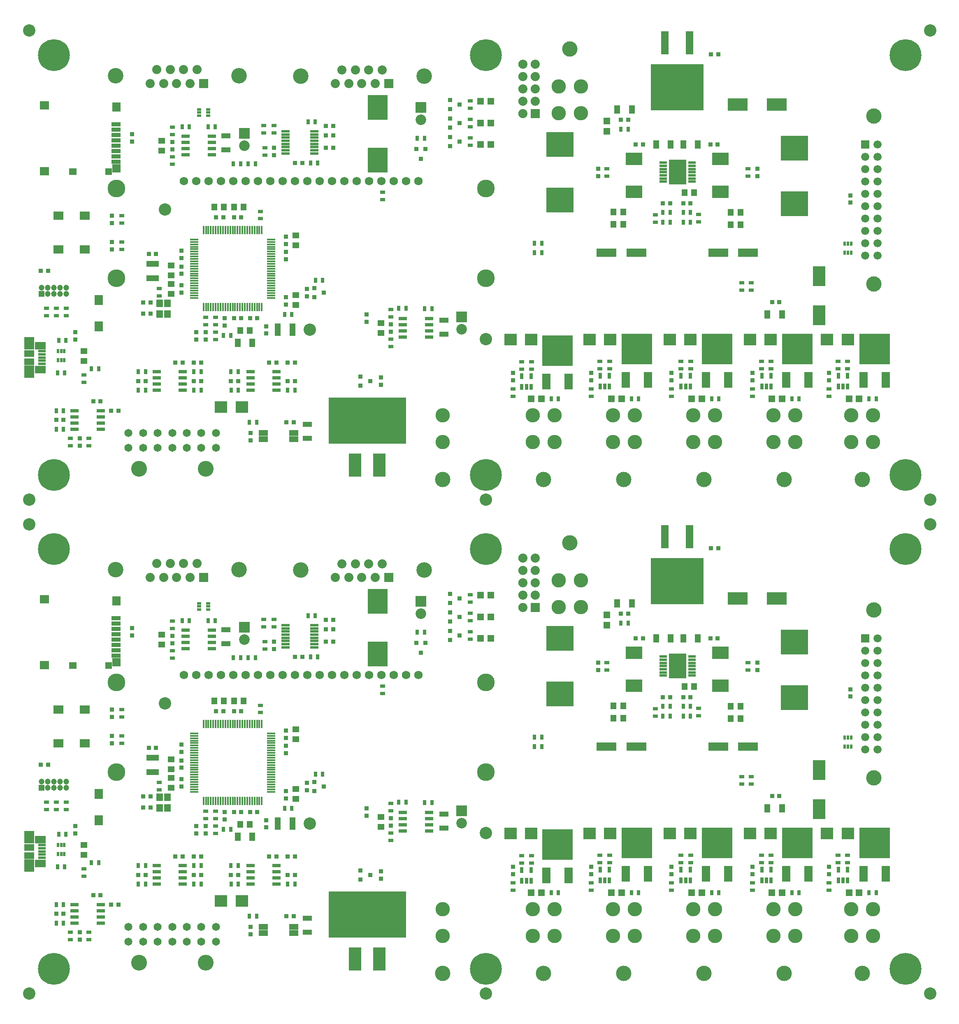
<source format=gbr>
G04 #@! TF.FileFunction,Soldermask,Top*
%FSLAX46Y46*%
G04 Gerber Fmt 4.6, Leading zero omitted, Abs format (unit mm)*
G04 Created by KiCad (PCBNEW 4.0.2-stable) date 4/20/2016 1:41:14 PM*
%MOMM*%
G01*
G04 APERTURE LIST*
%ADD10C,0.100000*%
%ADD11R,0.902400X0.952400*%
%ADD12R,1.402400X1.152400*%
%ADD13R,0.652400X1.052400*%
%ADD14R,2.652400X1.152400*%
%ADD15C,1.752400*%
%ADD16C,3.652400*%
%ADD17R,1.052400X0.652400*%
%ADD18R,1.852400X1.052400*%
%ADD19C,2.540000*%
%ADD20R,0.952500X0.952500*%
%ADD21R,1.652400X0.432400*%
%ADD22R,0.432400X1.652400*%
%ADD23C,3.152400*%
%ADD24R,1.676400X1.676400*%
%ADD25C,1.676400*%
%ADD26C,6.552400*%
%ADD27C,0.752400*%
%ADD28R,0.551180X0.901700*%
%ADD29R,1.152400X1.402400*%
%ADD30R,4.152900X1.752600*%
%ADD31R,0.952400X0.902400*%
%ADD32C,0.482400*%
%ADD33R,1.602400X0.602400*%
%ADD34R,3.552400X5.152400*%
%ADD35R,3.451860X2.651760*%
%ADD36R,5.552440X5.152400*%
%ADD37R,4.152900X2.552700*%
%ADD38R,1.152400X1.752400*%
%ADD39R,1.351280X1.351280*%
%ADD40R,10.952400X9.552400*%
%ADD41R,1.542400X4.752400*%
%ADD42C,2.952400*%
%ADD43R,1.803400X3.200400*%
%ADD44R,6.248400X6.248400*%
%ADD45R,0.802400X1.212400*%
%ADD46R,2.651760X2.453640*%
%ADD47R,2.552700X4.152900*%
%ADD48R,1.879600X1.879600*%
%ADD49O,1.879600X1.879600*%
%ADD50C,3.202400*%
%ADD51R,1.876400X1.876400*%
%ADD52C,1.876400*%
%ADD53R,1.652400X0.602400*%
%ADD54R,2.184400X2.184400*%
%ADD55O,2.184400X2.184400*%
%ADD56R,4.152400X5.152400*%
%ADD57R,1.152400X2.652400*%
%ADD58R,1.702400X0.752400*%
%ADD59R,1.852400X1.152400*%
%ADD60R,2.152400X1.752400*%
%ADD61R,0.901700X0.551180*%
%ADD62R,1.831340X0.952500*%
%ADD63R,1.452880X1.442720*%
%ADD64R,1.851660X1.653540*%
%ADD65R,1.653540X1.851660*%
%ADD66R,1.551940X1.442720*%
%ADD67R,1.653540X1.752600*%
%ADD68R,1.352400X1.552400*%
%ADD69R,1.752400X2.152400*%
%ADD70R,2.049780X1.325880*%
%ADD71R,2.049780X2.527300*%
%ADD72R,2.252980X1.625600*%
%ADD73R,1.531620X0.601980*%
%ADD74C,1.652400*%
%ADD75C,3.252400*%
%ADD76R,1.202400X1.202400*%
%ADD77C,1.202400*%
%ADD78R,2.652400X4.752400*%
%ADD79R,16.032400X9.552400*%
G04 APERTURE END LIST*
D10*
D11*
X111252000Y-201156000D03*
X111252000Y-199656000D03*
D12*
X113284000Y-201279000D03*
X113284000Y-199279000D03*
D13*
X111010000Y-203200000D03*
X112510000Y-203200000D03*
D14*
X83820000Y-195810000D03*
X83820000Y-192810000D03*
D15*
X90270000Y-175792000D03*
X92810000Y-175792000D03*
X95350000Y-175792000D03*
X97890000Y-175792000D03*
X100430000Y-175792000D03*
X102970000Y-175792000D03*
X105510000Y-175792000D03*
X108050000Y-175792000D03*
X110590000Y-175792000D03*
X113130000Y-175792000D03*
X115670000Y-175792000D03*
X118210000Y-175792000D03*
X120750000Y-175792000D03*
X123290000Y-175792000D03*
X125830000Y-175792000D03*
X128370000Y-175792000D03*
X130910000Y-175792000D03*
X133450000Y-175792000D03*
X135990000Y-175792000D03*
X138530000Y-175792000D03*
D16*
X76400000Y-177292000D03*
X152400000Y-177292000D03*
X76400000Y-195792000D03*
X152400000Y-195792000D03*
D11*
X111252000Y-190385000D03*
X111252000Y-191885000D03*
D17*
X106045000Y-182015000D03*
X106045000Y-183515000D03*
D18*
X143764000Y-204417000D03*
X143764000Y-207317000D03*
D19*
X116205000Y-206375000D03*
D13*
X139839000Y-202057000D03*
X141339000Y-202057000D03*
D11*
X115570000Y-198005000D03*
X115570000Y-199505000D03*
D20*
X117109240Y-197805000D03*
X117109240Y-199705000D03*
X119108220Y-198755000D03*
D13*
X118860000Y-196215000D03*
X117360000Y-196215000D03*
D17*
X96774000Y-208395000D03*
X96774000Y-206895000D03*
D13*
X99937000Y-207518000D03*
X98437000Y-207518000D03*
D17*
X94742000Y-203847000D03*
X94742000Y-205347000D03*
X96774000Y-203847000D03*
X96774000Y-205347000D03*
D11*
X127889000Y-204712000D03*
X127889000Y-203212000D03*
D12*
X130810000Y-206994000D03*
X130810000Y-204994000D03*
D17*
X132842000Y-203696000D03*
X132842000Y-202196000D03*
D13*
X134505000Y-201930000D03*
X136005000Y-201930000D03*
D11*
X132842000Y-206744000D03*
X132842000Y-205244000D03*
X89797000Y-193360476D03*
X89797000Y-194860476D03*
D12*
X87630000Y-193183000D03*
X87630000Y-195183000D03*
D11*
X89789000Y-191631000D03*
X89789000Y-190131000D03*
D21*
X92430000Y-187802000D03*
X92430000Y-188302000D03*
X92430000Y-188802000D03*
X92430000Y-189302000D03*
X92430000Y-189802000D03*
X92430000Y-190302000D03*
X92430000Y-190802000D03*
X92430000Y-191302000D03*
X92430000Y-191802000D03*
X92430000Y-192302000D03*
X92430000Y-192802000D03*
X92430000Y-193302000D03*
X92430000Y-193802000D03*
X92430000Y-194302000D03*
X92430000Y-194802000D03*
X92430000Y-195302000D03*
X92430000Y-195802000D03*
X92430000Y-196302000D03*
X92430000Y-196802000D03*
X92430000Y-197302000D03*
X92430000Y-197802000D03*
X92430000Y-198302000D03*
X92430000Y-198802000D03*
X92430000Y-199302000D03*
X92430000Y-199802000D03*
D22*
X94330000Y-201702000D03*
X94830000Y-201702000D03*
X95330000Y-201702000D03*
X95830000Y-201702000D03*
X96330000Y-201702000D03*
X96830000Y-201702000D03*
X97330000Y-201702000D03*
X97830000Y-201702000D03*
X98330000Y-201702000D03*
X98830000Y-201702000D03*
X99330000Y-201702000D03*
X99830000Y-201702000D03*
X100330000Y-201702000D03*
X100830000Y-201702000D03*
X101330000Y-201702000D03*
X101830000Y-201702000D03*
X102330000Y-201702000D03*
X102830000Y-201702000D03*
X103330000Y-201702000D03*
X103830000Y-201702000D03*
X104330000Y-201702000D03*
X104830000Y-201702000D03*
X105330000Y-201702000D03*
X105830000Y-201702000D03*
X106330000Y-201702000D03*
D21*
X108230000Y-199802000D03*
X108230000Y-199302000D03*
X108230000Y-198802000D03*
X108230000Y-198302000D03*
X108230000Y-197802000D03*
X108230000Y-197302000D03*
X108230000Y-196802000D03*
X108230000Y-196302000D03*
X108230000Y-195802000D03*
X108230000Y-195302000D03*
X108230000Y-194802000D03*
X108230000Y-194302000D03*
X108230000Y-193802000D03*
X108230000Y-193302000D03*
X108230000Y-192802000D03*
X108230000Y-192302000D03*
X108230000Y-191802000D03*
X108230000Y-191302000D03*
X108230000Y-190802000D03*
X108230000Y-190302000D03*
X108230000Y-189802000D03*
X108230000Y-189302000D03*
X108230000Y-188802000D03*
X108230000Y-188302000D03*
X108230000Y-187802000D03*
D22*
X106330000Y-185902000D03*
X105830000Y-185902000D03*
X105330000Y-185902000D03*
X104830000Y-185902000D03*
X104330000Y-185902000D03*
X103830000Y-185902000D03*
X103330000Y-185902000D03*
X102830000Y-185902000D03*
X102330000Y-185902000D03*
X101830000Y-185902000D03*
X101330000Y-185902000D03*
X100830000Y-185902000D03*
X100330000Y-185902000D03*
X99830000Y-185902000D03*
X99330000Y-185902000D03*
X98830000Y-185902000D03*
X98330000Y-185902000D03*
X97830000Y-185902000D03*
X97330000Y-185902000D03*
X96830000Y-185902000D03*
X96330000Y-185902000D03*
X95830000Y-185902000D03*
X95330000Y-185902000D03*
X94830000Y-185902000D03*
X94330000Y-185902000D03*
D23*
X232308400Y-162433000D03*
D24*
X230505000Y-168275000D03*
D25*
X233045000Y-168275000D03*
X230505000Y-170815000D03*
X233045000Y-170815000D03*
X230505000Y-173355000D03*
X233045000Y-173355000D03*
X230505000Y-175895000D03*
X233045000Y-175895000D03*
X230505000Y-178435000D03*
X233045000Y-178435000D03*
X230505000Y-180975000D03*
X233045000Y-180975000D03*
X230505000Y-183515000D03*
X233045000Y-183515000D03*
X230505000Y-186055000D03*
X233045000Y-186055000D03*
X230505000Y-188595000D03*
X233045000Y-188595000D03*
X230505000Y-191135000D03*
X233045000Y-191135000D03*
D23*
X232308400Y-196977000D03*
D19*
X243840000Y-144780000D03*
D26*
X238760000Y-149860000D03*
D27*
X241160000Y-149860000D03*
X240457056Y-151557056D03*
X238760000Y-152260000D03*
X237062944Y-151557056D03*
X236360000Y-149860000D03*
X237062944Y-148162944D03*
X238760000Y-147460000D03*
X240457056Y-148162944D03*
D28*
X226298760Y-190560960D03*
X226949000Y-190560960D03*
X227599240Y-190560960D03*
X227599240Y-188661040D03*
X226949000Y-188661040D03*
X226298760Y-188661040D03*
D11*
X227457000Y-180213000D03*
X227457000Y-178713000D03*
D29*
X204835000Y-182245000D03*
X202835000Y-182245000D03*
D30*
X206377540Y-190500000D03*
X200276460Y-190500000D03*
D17*
X196215000Y-184150000D03*
X196215000Y-182650000D03*
D29*
X204835000Y-184785000D03*
X202835000Y-184785000D03*
D13*
X194552000Y-184277000D03*
X193052000Y-184277000D03*
X188861000Y-184277000D03*
X190361000Y-184277000D03*
X194552000Y-182245000D03*
X193052000Y-182245000D03*
D31*
X194552000Y-180340000D03*
X193052000Y-180340000D03*
D29*
X195310000Y-178181000D03*
X193310000Y-178181000D03*
D32*
X191111000Y-172446400D03*
D33*
X188923000Y-171995000D03*
X188923000Y-172645000D03*
X188923000Y-173295000D03*
X188923000Y-173945000D03*
X188923000Y-174595000D03*
X188923000Y-175245000D03*
X188923000Y-175895000D03*
X194823000Y-175895000D03*
X194823000Y-175245000D03*
X194823000Y-174595000D03*
X194823000Y-173945000D03*
X194823000Y-173295000D03*
X194823000Y-172645000D03*
X194823000Y-171995000D03*
D34*
X191873000Y-173945000D03*
D32*
X192611000Y-172446400D03*
X191111000Y-173946400D03*
X192611000Y-173946400D03*
X191111000Y-175446400D03*
X192611000Y-175446400D03*
D31*
X188861000Y-180340000D03*
X190361000Y-180340000D03*
D13*
X188873000Y-182245000D03*
X190373000Y-182245000D03*
D17*
X177292000Y-173240000D03*
X177292000Y-174740000D03*
D35*
X182880000Y-171223940D03*
X182880000Y-178026060D03*
D29*
X178705000Y-182118000D03*
X180705000Y-182118000D03*
X178705000Y-184658000D03*
X180705000Y-184658000D03*
D11*
X175514000Y-173240000D03*
X175514000Y-174740000D03*
D17*
X187325000Y-184265000D03*
X187325000Y-182765000D03*
D30*
X177289460Y-190500000D03*
X183390540Y-190500000D03*
D36*
X215900000Y-169037000D03*
X215900000Y-180467000D03*
D35*
X200660000Y-171223940D03*
X200660000Y-178026060D03*
D17*
X206375000Y-173240000D03*
X206375000Y-174740000D03*
D11*
X208280000Y-173240000D03*
X208280000Y-174740000D03*
D37*
X204279500Y-160020000D03*
X212280500Y-160020000D03*
D38*
X179475000Y-161036000D03*
X182475000Y-161036000D03*
D39*
X177292000Y-165514020D03*
X177292000Y-163415980D03*
D31*
X184785000Y-168275000D03*
X183285000Y-168275000D03*
X181725000Y-163195000D03*
X180225000Y-163195000D03*
D13*
X181725000Y-165100000D03*
X180225000Y-165100000D03*
D40*
X191770000Y-156470000D03*
D41*
X189230000Y-147320000D03*
X194310000Y-147320000D03*
D38*
X196064000Y-168275000D03*
X193064000Y-168275000D03*
X190476000Y-168275000D03*
X187476000Y-168275000D03*
D31*
X198767000Y-149733000D03*
X200267000Y-149733000D03*
X198640000Y-168275000D03*
X200140000Y-168275000D03*
D42*
X195084000Y-223945000D03*
X195084000Y-229445000D03*
X199584000Y-223945000D03*
X199584000Y-229445000D03*
D23*
X197334000Y-237195000D03*
D43*
X197739000Y-216662000D03*
D44*
X200025000Y-210312000D03*
D43*
X202311000Y-216662000D03*
D17*
X211074000Y-212864000D03*
X211074000Y-214364000D03*
X209169000Y-212864000D03*
X209169000Y-214364000D03*
D11*
X207264000Y-216777000D03*
X207264000Y-215277000D03*
D17*
X207264000Y-218579000D03*
X207264000Y-220079000D03*
D45*
X209235000Y-218016000D03*
X210185000Y-218016000D03*
X211135000Y-218016000D03*
X211135000Y-215816000D03*
X209235000Y-215816000D03*
D13*
X200394000Y-220599000D03*
X198894000Y-220599000D03*
D45*
X224983000Y-218016000D03*
X225933000Y-218016000D03*
X226883000Y-218016000D03*
X226883000Y-215816000D03*
X224983000Y-215816000D03*
D11*
X223012000Y-216777000D03*
X223012000Y-215277000D03*
D43*
X230124000Y-216662000D03*
D44*
X232410000Y-210312000D03*
D43*
X234696000Y-216662000D03*
X214249000Y-216662000D03*
D44*
X216535000Y-210312000D03*
D43*
X218821000Y-216662000D03*
D17*
X224917000Y-212864000D03*
X224917000Y-214364000D03*
X223012000Y-218579000D03*
X223012000Y-220079000D03*
X226822000Y-212864000D03*
X226822000Y-214364000D03*
D46*
X226938840Y-208407000D03*
X222641160Y-208407000D03*
D17*
X205105000Y-196735000D03*
X205105000Y-198235000D03*
D47*
X220980000Y-195389500D03*
X220980000Y-203390500D03*
D17*
X207010000Y-196735000D03*
X207010000Y-198235000D03*
D46*
X211063840Y-208407000D03*
X206766160Y-208407000D03*
D31*
X211340000Y-200660000D03*
X212840000Y-200660000D03*
D38*
X213360000Y-203200000D03*
X210360000Y-203200000D03*
D42*
X227620000Y-223945000D03*
X227620000Y-229445000D03*
X232120000Y-223945000D03*
X232120000Y-229445000D03*
D23*
X229870000Y-237195000D03*
D26*
X238760000Y-236220000D03*
D27*
X241160000Y-236220000D03*
X240457056Y-237917056D03*
X238760000Y-238620000D03*
X237062944Y-237917056D03*
X236360000Y-236220000D03*
X237062944Y-234522944D03*
X238760000Y-233820000D03*
X240457056Y-234522944D03*
D42*
X211594000Y-223945000D03*
X211594000Y-229445000D03*
X216094000Y-223945000D03*
X216094000Y-229445000D03*
D23*
X213844000Y-237195000D03*
D13*
X232767000Y-220599000D03*
X231267000Y-220599000D03*
X216904000Y-220599000D03*
X215404000Y-220599000D03*
D19*
X243840000Y-241300000D03*
D39*
X229268020Y-220599000D03*
X227169980Y-220599000D03*
X213393020Y-220599000D03*
X211294980Y-220599000D03*
D42*
X171970000Y-161840000D03*
X171970000Y-156340000D03*
X167470000Y-161840000D03*
X167470000Y-156340000D03*
D23*
X169720000Y-148590000D03*
D26*
X152400000Y-149860000D03*
D27*
X154800000Y-149860000D03*
X154097056Y-151557056D03*
X152400000Y-152260000D03*
X150702944Y-151557056D03*
X150000000Y-149860000D03*
X150702944Y-148162944D03*
X152400000Y-147460000D03*
X154097056Y-148162944D03*
D48*
X162560000Y-161925000D03*
D49*
X160020000Y-161925000D03*
X162560000Y-159385000D03*
X160020000Y-159385000D03*
X162560000Y-156845000D03*
X160020000Y-156845000D03*
X162560000Y-154305000D03*
X160020000Y-154305000D03*
X162560000Y-151765000D03*
X160020000Y-151765000D03*
D39*
X151350980Y-159385000D03*
X153449020Y-159385000D03*
D50*
X139700000Y-154178000D03*
X114300000Y-154178000D03*
D51*
X132461000Y-155742400D03*
D52*
X129667000Y-155742400D03*
X126873000Y-155742400D03*
X124206000Y-155742400D03*
X121412000Y-155742400D03*
X122809000Y-152908000D03*
X125603000Y-152908000D03*
X128270000Y-152908000D03*
X131064000Y-152908000D03*
D20*
X140015000Y-169179240D03*
X138115000Y-169179240D03*
X139065000Y-171178220D03*
D53*
X117138999Y-170090000D03*
X117138999Y-169440000D03*
X117138999Y-168790000D03*
X117138999Y-168140000D03*
X117138999Y-167490000D03*
X117138999Y-166840000D03*
X117138999Y-166190000D03*
X117138999Y-165540000D03*
X111238999Y-165540000D03*
X111238999Y-166190000D03*
X111238999Y-166840000D03*
X111238999Y-167490000D03*
X111238999Y-168140000D03*
X111238999Y-168790000D03*
X111238999Y-169440000D03*
X111238999Y-170090000D03*
D13*
X117844000Y-172085000D03*
X116344000Y-172085000D03*
X115836000Y-163576000D03*
X117336000Y-163576000D03*
D54*
X139065000Y-160655000D03*
D55*
X139065000Y-163195000D03*
D56*
X130175000Y-171455000D03*
X130175000Y-160655000D03*
D17*
X149225000Y-164580000D03*
X149225000Y-163080000D03*
D39*
X151350980Y-163830000D03*
X153449020Y-163830000D03*
D20*
X145049240Y-159070000D03*
X145049240Y-160970000D03*
X147048220Y-160020000D03*
D17*
X149225000Y-160770000D03*
X149225000Y-159270000D03*
D20*
X145049240Y-162880000D03*
X145049240Y-164780000D03*
X147048220Y-163830000D03*
D36*
X167640000Y-168275000D03*
X167640000Y-179705000D03*
D17*
X149225000Y-166890000D03*
X149225000Y-168390000D03*
D13*
X163945000Y-190500000D03*
X162445000Y-190500000D03*
X163945000Y-188595000D03*
X162445000Y-188595000D03*
D20*
X145049240Y-166690000D03*
X145049240Y-168590000D03*
X147048220Y-167640000D03*
D39*
X151350980Y-168275000D03*
X153449020Y-168275000D03*
D31*
X121019000Y-164465000D03*
X119519000Y-164465000D03*
X119519000Y-166370000D03*
X121019000Y-166370000D03*
D17*
X131191000Y-179566000D03*
X131191000Y-178066000D03*
D13*
X139815000Y-167005000D03*
X138315000Y-167005000D03*
D31*
X114669000Y-172085000D03*
X113169000Y-172085000D03*
D11*
X111252000Y-188710000D03*
X111252000Y-187210000D03*
D31*
X121019000Y-168910000D03*
X119519000Y-168910000D03*
D12*
X113284000Y-188960000D03*
X113284000Y-186960000D03*
D11*
X92837000Y-206895000D03*
X92837000Y-208395000D03*
X98679000Y-205474000D03*
X98679000Y-203974000D03*
D31*
X105398000Y-203962000D03*
X103898000Y-203962000D03*
D38*
X101370000Y-209042000D03*
X104370000Y-209042000D03*
D11*
X94742000Y-208395000D03*
X94742000Y-206895000D03*
D29*
X101870000Y-206502000D03*
X103870000Y-206502000D03*
D11*
X107188000Y-207137000D03*
X107188000Y-205637000D03*
D31*
X100596000Y-203962000D03*
X102096000Y-203962000D03*
D46*
X97927160Y-222250000D03*
X102224840Y-222250000D03*
D31*
X92341000Y-216916000D03*
X93841000Y-216916000D03*
D13*
X92341000Y-215011000D03*
X93841000Y-215011000D03*
D31*
X101473000Y-216916000D03*
X99973000Y-216916000D03*
D13*
X93841000Y-218821000D03*
X92341000Y-218821000D03*
D31*
X93841000Y-213106000D03*
X92341000Y-213106000D03*
D57*
X112625000Y-206375000D03*
X109625000Y-206375000D03*
D58*
X103980000Y-215011000D03*
X103980000Y-216281000D03*
X103980000Y-217551000D03*
X103980000Y-218821000D03*
X109380000Y-218821000D03*
X109380000Y-217551000D03*
X109380000Y-216281000D03*
X109380000Y-215011000D03*
D31*
X111645000Y-216916000D03*
X113145000Y-216916000D03*
D13*
X100001422Y-218821000D03*
X101501422Y-218821000D03*
D31*
X113145000Y-213106000D03*
X111645000Y-213106000D03*
X107835000Y-213106000D03*
X109335000Y-213106000D03*
D13*
X101461000Y-215011000D03*
X99961000Y-215011000D03*
X113145000Y-218821000D03*
X111645000Y-218821000D03*
D59*
X106603000Y-227584000D03*
X112903000Y-227584000D03*
X106603000Y-228854000D03*
X112903000Y-228854000D03*
D18*
X115697000Y-225806000D03*
X115697000Y-228706000D03*
D13*
X103771000Y-225425000D03*
X105271000Y-225425000D03*
D11*
X104013000Y-227596000D03*
X104013000Y-229096000D03*
D31*
X112891000Y-225425000D03*
X111391000Y-225425000D03*
D58*
X90632333Y-166542000D03*
X90632333Y-167812000D03*
X90632333Y-169082000D03*
X90632333Y-170352000D03*
X96032333Y-170352000D03*
X96032333Y-169082000D03*
X96032333Y-167812000D03*
X96032333Y-166542000D03*
D13*
X95262000Y-164592000D03*
X96762000Y-164592000D03*
D18*
X98933000Y-166444000D03*
X98933000Y-169344000D03*
D17*
X87884000Y-170815000D03*
X87884000Y-172315000D03*
D11*
X108839000Y-168922000D03*
X108839000Y-170422000D03*
D17*
X108839000Y-165850000D03*
X108839000Y-164350000D03*
X106680000Y-164350000D03*
X106680000Y-165850000D03*
X106934000Y-168922000D03*
X106934000Y-170422000D03*
D54*
X102743000Y-165989000D03*
D55*
X102743000Y-168529000D03*
D19*
X86360000Y-181610000D03*
D60*
X64450000Y-189865000D03*
X69850000Y-189865000D03*
X64450000Y-182880000D03*
X69850000Y-182880000D03*
D17*
X77470000Y-189853000D03*
X77470000Y-188353000D03*
D11*
X75438000Y-189853000D03*
X75438000Y-188353000D03*
X75438000Y-182892000D03*
X75438000Y-184392000D03*
D17*
X77470000Y-182892000D03*
X77470000Y-184392000D03*
D31*
X83058000Y-190754000D03*
X84558000Y-190754000D03*
D11*
X87884000Y-169279000D03*
X87884000Y-167779000D03*
D12*
X85725000Y-169529000D03*
X85725000Y-167529000D03*
D17*
X87884000Y-164731000D03*
X87884000Y-166231000D03*
D13*
X89928000Y-164592000D03*
X91428000Y-164592000D03*
D11*
X79629000Y-167628000D03*
X79629000Y-166128000D03*
D29*
X100600000Y-181102000D03*
X102600000Y-181102000D03*
X98536000Y-181102000D03*
X96536000Y-181102000D03*
D13*
X101969000Y-172212000D03*
X100469000Y-172212000D03*
D31*
X98438524Y-183269000D03*
X96938524Y-183269000D03*
D13*
X105017000Y-172212000D03*
X103517000Y-172212000D03*
D31*
X100596000Y-183261000D03*
X102096000Y-183261000D03*
D50*
X101600000Y-154137600D03*
X76200000Y-154137600D03*
D51*
X94361000Y-155702000D03*
D52*
X91567000Y-155702000D03*
X88773000Y-155702000D03*
X86106000Y-155702000D03*
X83312000Y-155702000D03*
X84709000Y-152867600D03*
X87503000Y-152867600D03*
X90170000Y-152867600D03*
X92964000Y-152867600D03*
D61*
X95310960Y-162321240D03*
X95310960Y-161671000D03*
X95310960Y-161020760D03*
X93411040Y-161020760D03*
X93411040Y-161671000D03*
X93411040Y-162321240D03*
D26*
X63500000Y-149860000D03*
D27*
X65900000Y-149860000D03*
X65197056Y-151557056D03*
X63500000Y-152260000D03*
X61802944Y-151557056D03*
X61100000Y-149860000D03*
X61802944Y-148162944D03*
X63500000Y-147460000D03*
X65197056Y-148162944D03*
D19*
X58420000Y-144780000D03*
D62*
X76354940Y-171787820D03*
X76354940Y-170688000D03*
X76354940Y-169588180D03*
X76354940Y-168488360D03*
X76354940Y-167386000D03*
X76354940Y-166286180D03*
X76354940Y-165186360D03*
X76354940Y-164086540D03*
D63*
X74795380Y-173842680D03*
D64*
X61595000Y-173736000D03*
D65*
X76446380Y-160538160D03*
D66*
X67396360Y-173842680D03*
D64*
X61595000Y-160238440D03*
D67*
X76446380Y-173197520D03*
D68*
X85306000Y-200957000D03*
X85306000Y-203157000D03*
X86906000Y-200957000D03*
X86906000Y-203157000D03*
D11*
X89789000Y-198743000D03*
X89789000Y-197243000D03*
D31*
X83427000Y-203073000D03*
X81927000Y-203073000D03*
D69*
X72771000Y-205646000D03*
X72771000Y-200246000D03*
D17*
X85217000Y-197878000D03*
X85217000Y-199378000D03*
D31*
X83427000Y-200787000D03*
X81927000Y-200787000D03*
D12*
X87630000Y-198993000D03*
X87630000Y-196993000D03*
D17*
X66929000Y-230239000D03*
X66929000Y-228739000D03*
D13*
X64020000Y-226822000D03*
X65520000Y-226822000D03*
D26*
X63500000Y-236220000D03*
D27*
X65900000Y-236220000D03*
X65197056Y-237917056D03*
X63500000Y-238620000D03*
X61802944Y-237917056D03*
X61100000Y-236220000D03*
X61802944Y-234522944D03*
X63500000Y-233820000D03*
X65197056Y-234522944D03*
D19*
X58420000Y-241300000D03*
D17*
X69723000Y-215658000D03*
X69723000Y-217158000D03*
D13*
X65774000Y-215265000D03*
X64274000Y-215265000D03*
X64516000Y-208534000D03*
X66016000Y-208534000D03*
D12*
X69723000Y-212772500D03*
X69723000Y-210772500D03*
D28*
X64373760Y-212658960D03*
X65024000Y-212658960D03*
X65674240Y-212658960D03*
X65674240Y-210759040D03*
X65024000Y-210759040D03*
X64373760Y-210759040D03*
D70*
X58420000Y-211251800D03*
X58420000Y-212928200D03*
D71*
X58420000Y-215003380D03*
X58420000Y-209176620D03*
D72*
X60718700Y-214551260D03*
X60718700Y-209628740D03*
D73*
X61079380Y-210789520D03*
X61079380Y-211439760D03*
X61079380Y-212090000D03*
X61079380Y-212740240D03*
X61079380Y-213390480D03*
D11*
X67945000Y-208395000D03*
X67945000Y-206895000D03*
D13*
X72759000Y-214376000D03*
X71259000Y-214376000D03*
D58*
X84676000Y-215011000D03*
X84676000Y-216281000D03*
X84676000Y-217551000D03*
X84676000Y-218821000D03*
X90076000Y-218821000D03*
X90076000Y-217551000D03*
X90076000Y-216281000D03*
X90076000Y-215011000D03*
D31*
X82411000Y-216916000D03*
X80911000Y-216916000D03*
D74*
X96884000Y-230630000D03*
X96884000Y-227630000D03*
X93884000Y-227630000D03*
X93884000Y-230630000D03*
X90884000Y-230630000D03*
X90884000Y-227630000D03*
D75*
X94784000Y-234950000D03*
D74*
X87884000Y-227630000D03*
X87884000Y-230630000D03*
X84884000Y-230630000D03*
X84884000Y-227630000D03*
X81884000Y-227630000D03*
X81884000Y-230630000D03*
X78884000Y-227630000D03*
X78884000Y-230630000D03*
D75*
X81084000Y-234950000D03*
D31*
X88531000Y-213106000D03*
X90031000Y-213106000D03*
D13*
X82411000Y-215011000D03*
X80911000Y-215011000D03*
X80911000Y-218821000D03*
X82411000Y-218821000D03*
D31*
X76823000Y-223012000D03*
X75323000Y-223012000D03*
D58*
X67785000Y-223012000D03*
X67785000Y-224282000D03*
X67785000Y-225552000D03*
X67785000Y-226822000D03*
X73185000Y-226822000D03*
X73185000Y-225552000D03*
X73185000Y-224282000D03*
X73185000Y-223012000D03*
D17*
X70739000Y-228739000D03*
X70739000Y-230239000D03*
D31*
X65520000Y-224917000D03*
X64020000Y-224917000D03*
X71640000Y-221107000D03*
X73140000Y-221107000D03*
D13*
X65520000Y-223012000D03*
X64020000Y-223012000D03*
D11*
X68834000Y-228739000D03*
X68834000Y-230239000D03*
D31*
X62345000Y-194233800D03*
X60845000Y-194233800D03*
D17*
X66040000Y-201942000D03*
X66040000Y-203442000D03*
X64008000Y-201942000D03*
X64008000Y-203442000D03*
X61976000Y-201942000D03*
X61976000Y-203442000D03*
D76*
X60960000Y-199009000D03*
D77*
X62230000Y-199009000D03*
X63500000Y-199009000D03*
X64770000Y-199009000D03*
X66040000Y-199009000D03*
X62230000Y-197739000D03*
X63500000Y-197739000D03*
X64770000Y-197739000D03*
X66040000Y-197739000D03*
X60960000Y-197739000D03*
D42*
X143510000Y-223945000D03*
X143510000Y-229445000D03*
D23*
X143510000Y-237195000D03*
D26*
X152400000Y-236220000D03*
D27*
X154800000Y-236220000D03*
X154097056Y-237917056D03*
X152400000Y-238620000D03*
X150702944Y-237917056D03*
X150000000Y-236220000D03*
X150702944Y-234522944D03*
X152400000Y-233820000D03*
X154097056Y-234522944D03*
D78*
X130516000Y-234188000D03*
D79*
X128016000Y-225038000D03*
D78*
X125476000Y-234188000D03*
D11*
X130810000Y-217666000D03*
X130810000Y-216166000D03*
D19*
X152400000Y-241300000D03*
D58*
X135349000Y-204089000D03*
X135349000Y-205359000D03*
X135349000Y-206629000D03*
X135349000Y-207899000D03*
X140749000Y-207899000D03*
X140749000Y-206629000D03*
X140749000Y-205359000D03*
X140749000Y-204089000D03*
D17*
X132842000Y-208292000D03*
X132842000Y-209792000D03*
D54*
X147447000Y-203708000D03*
D55*
X147447000Y-206248000D03*
D20*
X126634240Y-215966000D03*
X126634240Y-217866000D03*
X128633220Y-216916000D03*
D19*
X152400000Y-208280000D03*
D45*
X159832000Y-218143000D03*
X160782000Y-218143000D03*
X161732000Y-218143000D03*
X161732000Y-215943000D03*
X159832000Y-215943000D03*
D17*
X157988000Y-218579000D03*
X157988000Y-220079000D03*
D43*
X164846000Y-217043000D03*
D44*
X167132000Y-210693000D03*
D43*
X169418000Y-217043000D03*
D17*
X159766000Y-212991000D03*
X159766000Y-214491000D03*
D11*
X157988000Y-216777000D03*
X157988000Y-215277000D03*
D46*
X161787840Y-208407000D03*
X157490160Y-208407000D03*
D17*
X161798000Y-212991000D03*
X161798000Y-214491000D03*
D45*
X175961000Y-218016000D03*
X176911000Y-218016000D03*
X177861000Y-218016000D03*
X177861000Y-215816000D03*
X175961000Y-215816000D03*
D46*
X178043840Y-208407000D03*
X173746160Y-208407000D03*
D17*
X174117000Y-218579000D03*
X174117000Y-220079000D03*
D11*
X174117000Y-216777000D03*
X174117000Y-215277000D03*
D17*
X175895000Y-212864000D03*
X175895000Y-214364000D03*
X177927000Y-212864000D03*
X177927000Y-214364000D03*
D43*
X181229000Y-216662000D03*
D44*
X183515000Y-210312000D03*
D43*
X185801000Y-216662000D03*
D42*
X178574000Y-223945000D03*
X178574000Y-229445000D03*
X183074000Y-223945000D03*
X183074000Y-229445000D03*
D23*
X180824000Y-237195000D03*
D13*
X167374000Y-220599000D03*
X165874000Y-220599000D03*
X183884000Y-220599000D03*
X182384000Y-220599000D03*
D39*
X180373020Y-220599000D03*
X178274980Y-220599000D03*
X163863020Y-220599000D03*
X161764980Y-220599000D03*
D42*
X162064000Y-223945000D03*
X162064000Y-229445000D03*
X166564000Y-223945000D03*
X166564000Y-229445000D03*
D23*
X164314000Y-237195000D03*
D45*
X192598000Y-218016000D03*
X193548000Y-218016000D03*
X194498000Y-218016000D03*
X194498000Y-215816000D03*
X192598000Y-215816000D03*
D17*
X194564000Y-212864000D03*
X194564000Y-214364000D03*
X190627000Y-218579000D03*
X190627000Y-220079000D03*
D11*
X190627000Y-216777000D03*
X190627000Y-215277000D03*
D17*
X192532000Y-212876000D03*
X192532000Y-214376000D03*
D39*
X196883020Y-220599000D03*
X194784980Y-220599000D03*
D46*
X194553840Y-208407000D03*
X190256160Y-208407000D03*
D18*
X98933000Y-64844000D03*
X98933000Y-67744000D03*
D76*
X60960000Y-97409000D03*
D77*
X62230000Y-97409000D03*
X63500000Y-97409000D03*
X64770000Y-97409000D03*
X66040000Y-97409000D03*
X62230000Y-96139000D03*
X63500000Y-96139000D03*
X64770000Y-96139000D03*
X66040000Y-96139000D03*
X60960000Y-96139000D03*
D20*
X126634240Y-114366000D03*
X126634240Y-116266000D03*
X128633220Y-115316000D03*
D21*
X92430000Y-86202000D03*
X92430000Y-86702000D03*
X92430000Y-87202000D03*
X92430000Y-87702000D03*
X92430000Y-88202000D03*
X92430000Y-88702000D03*
X92430000Y-89202000D03*
X92430000Y-89702000D03*
X92430000Y-90202000D03*
X92430000Y-90702000D03*
X92430000Y-91202000D03*
X92430000Y-91702000D03*
X92430000Y-92202000D03*
X92430000Y-92702000D03*
X92430000Y-93202000D03*
X92430000Y-93702000D03*
X92430000Y-94202000D03*
X92430000Y-94702000D03*
X92430000Y-95202000D03*
X92430000Y-95702000D03*
X92430000Y-96202000D03*
X92430000Y-96702000D03*
X92430000Y-97202000D03*
X92430000Y-97702000D03*
X92430000Y-98202000D03*
D22*
X94330000Y-100102000D03*
X94830000Y-100102000D03*
X95330000Y-100102000D03*
X95830000Y-100102000D03*
X96330000Y-100102000D03*
X96830000Y-100102000D03*
X97330000Y-100102000D03*
X97830000Y-100102000D03*
X98330000Y-100102000D03*
X98830000Y-100102000D03*
X99330000Y-100102000D03*
X99830000Y-100102000D03*
X100330000Y-100102000D03*
X100830000Y-100102000D03*
X101330000Y-100102000D03*
X101830000Y-100102000D03*
X102330000Y-100102000D03*
X102830000Y-100102000D03*
X103330000Y-100102000D03*
X103830000Y-100102000D03*
X104330000Y-100102000D03*
X104830000Y-100102000D03*
X105330000Y-100102000D03*
X105830000Y-100102000D03*
X106330000Y-100102000D03*
D21*
X108230000Y-98202000D03*
X108230000Y-97702000D03*
X108230000Y-97202000D03*
X108230000Y-96702000D03*
X108230000Y-96202000D03*
X108230000Y-95702000D03*
X108230000Y-95202000D03*
X108230000Y-94702000D03*
X108230000Y-94202000D03*
X108230000Y-93702000D03*
X108230000Y-93202000D03*
X108230000Y-92702000D03*
X108230000Y-92202000D03*
X108230000Y-91702000D03*
X108230000Y-91202000D03*
X108230000Y-90702000D03*
X108230000Y-90202000D03*
X108230000Y-89702000D03*
X108230000Y-89202000D03*
X108230000Y-88702000D03*
X108230000Y-88202000D03*
X108230000Y-87702000D03*
X108230000Y-87202000D03*
X108230000Y-86702000D03*
X108230000Y-86202000D03*
D22*
X106330000Y-84302000D03*
X105830000Y-84302000D03*
X105330000Y-84302000D03*
X104830000Y-84302000D03*
X104330000Y-84302000D03*
X103830000Y-84302000D03*
X103330000Y-84302000D03*
X102830000Y-84302000D03*
X102330000Y-84302000D03*
X101830000Y-84302000D03*
X101330000Y-84302000D03*
X100830000Y-84302000D03*
X100330000Y-84302000D03*
X99830000Y-84302000D03*
X99330000Y-84302000D03*
X98830000Y-84302000D03*
X98330000Y-84302000D03*
X97830000Y-84302000D03*
X97330000Y-84302000D03*
X96830000Y-84302000D03*
X96330000Y-84302000D03*
X95830000Y-84302000D03*
X95330000Y-84302000D03*
X94830000Y-84302000D03*
X94330000Y-84302000D03*
D54*
X147447000Y-102108000D03*
D55*
X147447000Y-104648000D03*
D11*
X130810000Y-116066000D03*
X130810000Y-114566000D03*
D31*
X83427000Y-99187000D03*
X81927000Y-99187000D03*
X100596000Y-102362000D03*
X102096000Y-102362000D03*
D12*
X87630000Y-91583000D03*
X87630000Y-93583000D03*
D74*
X96884000Y-129030000D03*
X96884000Y-126030000D03*
X93884000Y-126030000D03*
X93884000Y-129030000D03*
X90884000Y-129030000D03*
X90884000Y-126030000D03*
D75*
X94784000Y-133350000D03*
D74*
X87884000Y-126030000D03*
X87884000Y-129030000D03*
X84884000Y-129030000D03*
X84884000Y-126030000D03*
X81884000Y-126030000D03*
X81884000Y-129030000D03*
X78884000Y-126030000D03*
X78884000Y-129030000D03*
D75*
X81084000Y-133350000D03*
D39*
X163863020Y-118999000D03*
X161764980Y-118999000D03*
X180373020Y-118999000D03*
X178274980Y-118999000D03*
X196883020Y-118999000D03*
X194784980Y-118999000D03*
X213393020Y-118999000D03*
X211294980Y-118999000D03*
X229268020Y-118999000D03*
X227169980Y-118999000D03*
D19*
X58420000Y-43180000D03*
X58420000Y-139700000D03*
X243840000Y-139700000D03*
D54*
X102743000Y-64389000D03*
D55*
X102743000Y-66929000D03*
D54*
X139065000Y-59055000D03*
D55*
X139065000Y-61595000D03*
D13*
X139815000Y-65405000D03*
X138315000Y-65405000D03*
D17*
X77470000Y-81292000D03*
X77470000Y-82792000D03*
X77470000Y-88253000D03*
X77470000Y-86753000D03*
D13*
X105017000Y-70612000D03*
X103517000Y-70612000D03*
X101969000Y-70612000D03*
X100469000Y-70612000D03*
D17*
X66040000Y-100342000D03*
X66040000Y-101842000D03*
X64008000Y-100342000D03*
X64008000Y-101842000D03*
X61976000Y-100342000D03*
X61976000Y-101842000D03*
D13*
X64516000Y-106934000D03*
X66016000Y-106934000D03*
D26*
X63500000Y-48260000D03*
D27*
X65900000Y-48260000D03*
X65197056Y-49957056D03*
X63500000Y-50660000D03*
X61802944Y-49957056D03*
X61100000Y-48260000D03*
X61802944Y-46562944D03*
X63500000Y-45860000D03*
X65197056Y-46562944D03*
D26*
X63500000Y-134620000D03*
D27*
X65900000Y-134620000D03*
X65197056Y-136317056D03*
X63500000Y-137020000D03*
X61802944Y-136317056D03*
X61100000Y-134620000D03*
X61802944Y-132922944D03*
X63500000Y-132220000D03*
X65197056Y-132922944D03*
D26*
X152400000Y-134620000D03*
D27*
X154800000Y-134620000D03*
X154097056Y-136317056D03*
X152400000Y-137020000D03*
X150702944Y-136317056D03*
X150000000Y-134620000D03*
X150702944Y-132922944D03*
X152400000Y-132220000D03*
X154097056Y-132922944D03*
D26*
X238760000Y-134620000D03*
D27*
X241160000Y-134620000D03*
X240457056Y-136317056D03*
X238760000Y-137020000D03*
X237062944Y-136317056D03*
X236360000Y-134620000D03*
X237062944Y-132922944D03*
X238760000Y-132220000D03*
X240457056Y-132922944D03*
D17*
X106934000Y-67322000D03*
X106934000Y-68822000D03*
X106680000Y-62750000D03*
X106680000Y-64250000D03*
D13*
X115836000Y-61976000D03*
X117336000Y-61976000D03*
X117844000Y-70485000D03*
X116344000Y-70485000D03*
D17*
X108839000Y-64250000D03*
X108839000Y-62750000D03*
X161798000Y-111391000D03*
X161798000Y-112891000D03*
X177927000Y-111264000D03*
X177927000Y-112764000D03*
X157988000Y-116979000D03*
X157988000Y-118479000D03*
X174117000Y-116979000D03*
X174117000Y-118479000D03*
X159766000Y-111391000D03*
X159766000Y-112891000D03*
X175895000Y-111264000D03*
X175895000Y-112764000D03*
D13*
X167374000Y-118999000D03*
X165874000Y-118999000D03*
X183884000Y-118999000D03*
X182384000Y-118999000D03*
D17*
X194564000Y-111264000D03*
X194564000Y-112764000D03*
X211074000Y-111264000D03*
X211074000Y-112764000D03*
X190627000Y-116979000D03*
X190627000Y-118479000D03*
X207264000Y-116979000D03*
X207264000Y-118479000D03*
X192532000Y-111276000D03*
X192532000Y-112776000D03*
X209169000Y-111264000D03*
X209169000Y-112764000D03*
D13*
X200394000Y-118999000D03*
X198894000Y-118999000D03*
X216904000Y-118999000D03*
X215404000Y-118999000D03*
D17*
X226822000Y-111264000D03*
X226822000Y-112764000D03*
X223012000Y-116979000D03*
X223012000Y-118479000D03*
X224917000Y-111264000D03*
X224917000Y-112764000D03*
D13*
X232767000Y-118999000D03*
X231267000Y-118999000D03*
X113145000Y-117221000D03*
X111645000Y-117221000D03*
X100001422Y-117221000D03*
X101501422Y-117221000D03*
X101461000Y-113411000D03*
X99961000Y-113411000D03*
X80911000Y-117221000D03*
X82411000Y-117221000D03*
X82411000Y-113411000D03*
X80911000Y-113411000D03*
X93841000Y-117221000D03*
X92341000Y-117221000D03*
X103771000Y-123825000D03*
X105271000Y-123825000D03*
X92341000Y-113411000D03*
X93841000Y-113411000D03*
D18*
X115697000Y-124206000D03*
X115697000Y-127106000D03*
D13*
X64020000Y-125222000D03*
X65520000Y-125222000D03*
X65520000Y-121412000D03*
X64020000Y-121412000D03*
D17*
X66929000Y-128639000D03*
X66929000Y-127139000D03*
X70739000Y-127139000D03*
X70739000Y-128639000D03*
X106045000Y-80415000D03*
X106045000Y-81915000D03*
D13*
X118860000Y-94615000D03*
X117360000Y-94615000D03*
D17*
X85217000Y-96278000D03*
X85217000Y-97778000D03*
D13*
X111010000Y-101600000D03*
X112510000Y-101600000D03*
X72759000Y-112776000D03*
X71259000Y-112776000D03*
D17*
X94742000Y-102247000D03*
X94742000Y-103747000D03*
X96774000Y-102247000D03*
X96774000Y-103747000D03*
D13*
X99937000Y-105918000D03*
X98437000Y-105918000D03*
D17*
X96774000Y-106795000D03*
X96774000Y-105295000D03*
D69*
X72771000Y-104046000D03*
X72771000Y-98646000D03*
D60*
X64450000Y-81280000D03*
X69850000Y-81280000D03*
X64450000Y-88265000D03*
X69850000Y-88265000D03*
D32*
X191111000Y-70846400D03*
D33*
X188923000Y-70395000D03*
X188923000Y-71045000D03*
X188923000Y-71695000D03*
X188923000Y-72345000D03*
X188923000Y-72995000D03*
X188923000Y-73645000D03*
X188923000Y-74295000D03*
X194823000Y-74295000D03*
X194823000Y-73645000D03*
X194823000Y-72995000D03*
X194823000Y-72345000D03*
X194823000Y-71695000D03*
X194823000Y-71045000D03*
X194823000Y-70395000D03*
D34*
X191873000Y-72345000D03*
D32*
X192611000Y-70846400D03*
X191111000Y-72346400D03*
X192611000Y-72346400D03*
X191111000Y-73846400D03*
X192611000Y-73846400D03*
D53*
X117138999Y-68490000D03*
X117138999Y-67840000D03*
X117138999Y-67190000D03*
X117138999Y-66540000D03*
X117138999Y-65890000D03*
X117138999Y-65240000D03*
X117138999Y-64590000D03*
X117138999Y-63940000D03*
X111238999Y-63940000D03*
X111238999Y-64590000D03*
X111238999Y-65240000D03*
X111238999Y-65890000D03*
X111238999Y-66540000D03*
X111238999Y-67190000D03*
X111238999Y-67840000D03*
X111238999Y-68490000D03*
D58*
X135349000Y-102489000D03*
X135349000Y-103759000D03*
X135349000Y-105029000D03*
X135349000Y-106299000D03*
X140749000Y-106299000D03*
X140749000Y-105029000D03*
X140749000Y-103759000D03*
X140749000Y-102489000D03*
X90632333Y-64942000D03*
X90632333Y-66212000D03*
X90632333Y-67482000D03*
X90632333Y-68752000D03*
X96032333Y-68752000D03*
X96032333Y-67482000D03*
X96032333Y-66212000D03*
X96032333Y-64942000D03*
D11*
X67945000Y-106795000D03*
X67945000Y-105295000D03*
X227457000Y-78613000D03*
X227457000Y-77113000D03*
D31*
X62345000Y-92633800D03*
X60845000Y-92633800D03*
D11*
X79629000Y-66028000D03*
X79629000Y-64528000D03*
D12*
X85725000Y-67929000D03*
X85725000Y-65929000D03*
D47*
X220980000Y-93789500D03*
X220980000Y-101790500D03*
D37*
X204279500Y-58420000D03*
X212280500Y-58420000D03*
D31*
X181725000Y-61595000D03*
X180225000Y-61595000D03*
X198767000Y-48133000D03*
X200267000Y-48133000D03*
D38*
X190476000Y-66675000D03*
X187476000Y-66675000D03*
X196064000Y-66675000D03*
X193064000Y-66675000D03*
D31*
X184785000Y-66675000D03*
X183285000Y-66675000D03*
X198640000Y-66675000D03*
X200140000Y-66675000D03*
D11*
X175514000Y-71640000D03*
X175514000Y-73140000D03*
X208280000Y-71640000D03*
X208280000Y-73140000D03*
D29*
X178705000Y-83058000D03*
X180705000Y-83058000D03*
X178705000Y-80518000D03*
X180705000Y-80518000D03*
D30*
X177289460Y-88900000D03*
X183390540Y-88900000D03*
D29*
X195310000Y-76581000D03*
X193310000Y-76581000D03*
D30*
X206377540Y-88900000D03*
X200276460Y-88900000D03*
D29*
X204835000Y-83185000D03*
X202835000Y-83185000D03*
X204835000Y-80645000D03*
X202835000Y-80645000D03*
D31*
X188861000Y-78740000D03*
X190361000Y-78740000D03*
X194552000Y-78740000D03*
X193052000Y-78740000D03*
D11*
X108839000Y-67322000D03*
X108839000Y-68822000D03*
D31*
X121019000Y-67310000D03*
X119519000Y-67310000D03*
X114669000Y-70485000D03*
X113169000Y-70485000D03*
X119519000Y-64770000D03*
X121019000Y-64770000D03*
X121019000Y-62865000D03*
X119519000Y-62865000D03*
D12*
X130810000Y-105394000D03*
X130810000Y-103394000D03*
D11*
X127889000Y-103112000D03*
X127889000Y-101612000D03*
X132842000Y-105144000D03*
X132842000Y-103644000D03*
X87884000Y-67679000D03*
X87884000Y-66179000D03*
X75438000Y-81292000D03*
X75438000Y-82792000D03*
X75438000Y-88253000D03*
X75438000Y-86753000D03*
X157988000Y-115177000D03*
X157988000Y-113677000D03*
X174117000Y-115177000D03*
X174117000Y-113677000D03*
X190627000Y-115177000D03*
X190627000Y-113677000D03*
X207264000Y-115177000D03*
X207264000Y-113677000D03*
X223012000Y-115177000D03*
X223012000Y-113677000D03*
D31*
X107835000Y-111506000D03*
X109335000Y-111506000D03*
X113145000Y-111506000D03*
X111645000Y-111506000D03*
X101473000Y-115316000D03*
X99973000Y-115316000D03*
X111645000Y-115316000D03*
X113145000Y-115316000D03*
X71640000Y-119507000D03*
X73140000Y-119507000D03*
X82411000Y-115316000D03*
X80911000Y-115316000D03*
X88531000Y-111506000D03*
X90031000Y-111506000D03*
D11*
X104013000Y-125996000D03*
X104013000Y-127496000D03*
D31*
X92341000Y-115316000D03*
X93841000Y-115316000D03*
X76823000Y-121412000D03*
X75323000Y-121412000D03*
X112891000Y-123825000D03*
X111391000Y-123825000D03*
X65520000Y-123317000D03*
X64020000Y-123317000D03*
X93841000Y-111506000D03*
X92341000Y-111506000D03*
D11*
X68834000Y-127139000D03*
X68834000Y-128639000D03*
X115570000Y-96405000D03*
X115570000Y-97905000D03*
D31*
X83058000Y-89154000D03*
X84558000Y-89154000D03*
D11*
X89789000Y-97143000D03*
X89789000Y-95643000D03*
D12*
X87630000Y-97393000D03*
X87630000Y-95393000D03*
D11*
X111252000Y-99556000D03*
X111252000Y-98056000D03*
X107188000Y-105537000D03*
X107188000Y-104037000D03*
D12*
X113284000Y-99679000D03*
X113284000Y-97679000D03*
D31*
X83427000Y-101473000D03*
X81927000Y-101473000D03*
X98438524Y-81669000D03*
X96938524Y-81669000D03*
D11*
X89797000Y-91760476D03*
X89797000Y-93260476D03*
X111252000Y-87110000D03*
X111252000Y-85610000D03*
D29*
X98536000Y-79502000D03*
X96536000Y-79502000D03*
D12*
X113284000Y-87360000D03*
X113284000Y-85360000D03*
D29*
X101870000Y-104902000D03*
X103870000Y-104902000D03*
D38*
X101370000Y-107442000D03*
X104370000Y-107442000D03*
D11*
X94742000Y-106795000D03*
X94742000Y-105295000D03*
D31*
X105398000Y-102362000D03*
X103898000Y-102362000D03*
D11*
X98679000Y-103874000D03*
X98679000Y-102374000D03*
X89789000Y-90031000D03*
X89789000Y-88531000D03*
X111252000Y-88785000D03*
X111252000Y-90285000D03*
D31*
X100596000Y-81661000D03*
X102096000Y-81661000D03*
D29*
X100600000Y-79502000D03*
X102600000Y-79502000D03*
D11*
X92837000Y-105295000D03*
X92837000Y-106795000D03*
D35*
X182880000Y-69623940D03*
X182880000Y-76426060D03*
X200660000Y-69623940D03*
X200660000Y-76426060D03*
D39*
X151350980Y-57785000D03*
X153449020Y-57785000D03*
X151350980Y-62230000D03*
X153449020Y-62230000D03*
X151350980Y-66675000D03*
X153449020Y-66675000D03*
X177292000Y-63914020D03*
X177292000Y-61815980D03*
D46*
X161787840Y-106807000D03*
X157490160Y-106807000D03*
X178043840Y-106807000D03*
X173746160Y-106807000D03*
X194553840Y-106807000D03*
X190256160Y-106807000D03*
X211063840Y-106807000D03*
X206766160Y-106807000D03*
X226938840Y-106807000D03*
X222641160Y-106807000D03*
X97927160Y-120650000D03*
X102224840Y-120650000D03*
D20*
X140015000Y-67579240D03*
X138115000Y-67579240D03*
X139065000Y-69578220D03*
X145049240Y-57470000D03*
X145049240Y-59370000D03*
X147048220Y-58420000D03*
X145049240Y-61280000D03*
X145049240Y-63180000D03*
X147048220Y-62230000D03*
X145049240Y-65090000D03*
X145049240Y-66990000D03*
X147048220Y-66040000D03*
D43*
X164846000Y-115443000D03*
D44*
X167132000Y-109093000D03*
D43*
X169418000Y-115443000D03*
X181229000Y-115062000D03*
D44*
X183515000Y-108712000D03*
D43*
X185801000Y-115062000D03*
X197739000Y-115062000D03*
D44*
X200025000Y-108712000D03*
D43*
X202311000Y-115062000D03*
X214249000Y-115062000D03*
D44*
X216535000Y-108712000D03*
D43*
X218821000Y-115062000D03*
X230124000Y-115062000D03*
D44*
X232410000Y-108712000D03*
D43*
X234696000Y-115062000D03*
D13*
X163945000Y-86995000D03*
X162445000Y-86995000D03*
D17*
X205105000Y-95135000D03*
X205105000Y-96635000D03*
D13*
X163945000Y-88900000D03*
X162445000Y-88900000D03*
D17*
X207010000Y-95135000D03*
X207010000Y-96635000D03*
X187325000Y-82665000D03*
X187325000Y-81165000D03*
X196215000Y-82550000D03*
X196215000Y-81050000D03*
X177292000Y-71640000D03*
X177292000Y-73140000D03*
X206375000Y-71640000D03*
X206375000Y-73140000D03*
D13*
X188873000Y-80645000D03*
X190373000Y-80645000D03*
X194552000Y-80645000D03*
X193052000Y-80645000D03*
X188861000Y-82677000D03*
X190361000Y-82677000D03*
X194552000Y-82677000D03*
X193052000Y-82677000D03*
X134505000Y-100330000D03*
X136005000Y-100330000D03*
D17*
X132842000Y-102096000D03*
X132842000Y-100596000D03*
X132842000Y-106692000D03*
X132842000Y-108192000D03*
D13*
X139839000Y-100457000D03*
X141339000Y-100457000D03*
X89928000Y-62992000D03*
X91428000Y-62992000D03*
D17*
X87884000Y-63131000D03*
X87884000Y-64631000D03*
X87884000Y-69215000D03*
X87884000Y-70715000D03*
D13*
X95262000Y-62992000D03*
X96762000Y-62992000D03*
D17*
X149225000Y-59170000D03*
X149225000Y-57670000D03*
X149225000Y-62980000D03*
X149225000Y-61480000D03*
X149225000Y-65290000D03*
X149225000Y-66790000D03*
D13*
X181725000Y-63500000D03*
X180225000Y-63500000D03*
D17*
X131191000Y-77966000D03*
X131191000Y-76466000D03*
D45*
X159832000Y-116543000D03*
X160782000Y-116543000D03*
X161732000Y-116543000D03*
X161732000Y-114343000D03*
X159832000Y-114343000D03*
X175961000Y-116416000D03*
X176911000Y-116416000D03*
X177861000Y-116416000D03*
X177861000Y-114216000D03*
X175961000Y-114216000D03*
X192598000Y-116416000D03*
X193548000Y-116416000D03*
X194498000Y-116416000D03*
X194498000Y-114216000D03*
X192598000Y-114216000D03*
X209235000Y-116416000D03*
X210185000Y-116416000D03*
X211135000Y-116416000D03*
X211135000Y-114216000D03*
X209235000Y-114216000D03*
X224983000Y-116416000D03*
X225933000Y-116416000D03*
X226883000Y-116416000D03*
X226883000Y-114216000D03*
X224983000Y-114216000D03*
D58*
X103980000Y-113411000D03*
X103980000Y-114681000D03*
X103980000Y-115951000D03*
X103980000Y-117221000D03*
X109380000Y-117221000D03*
X109380000Y-115951000D03*
X109380000Y-114681000D03*
X109380000Y-113411000D03*
X84676000Y-113411000D03*
X84676000Y-114681000D03*
X84676000Y-115951000D03*
X84676000Y-117221000D03*
X90076000Y-117221000D03*
X90076000Y-115951000D03*
X90076000Y-114681000D03*
X90076000Y-113411000D03*
X67785000Y-121412000D03*
X67785000Y-122682000D03*
X67785000Y-123952000D03*
X67785000Y-125222000D03*
X73185000Y-125222000D03*
X73185000Y-123952000D03*
X73185000Y-122682000D03*
X73185000Y-121412000D03*
D20*
X117109240Y-96205000D03*
X117109240Y-98105000D03*
X119108220Y-97155000D03*
D26*
X238760000Y-48260000D03*
D27*
X241160000Y-48260000D03*
X240457056Y-49957056D03*
X238760000Y-50660000D03*
X237062944Y-49957056D03*
X236360000Y-48260000D03*
X237062944Y-46562944D03*
X238760000Y-45860000D03*
X240457056Y-46562944D03*
D26*
X152400000Y-48260000D03*
D27*
X154800000Y-48260000D03*
X154097056Y-49957056D03*
X152400000Y-50660000D03*
X150702944Y-49957056D03*
X150000000Y-48260000D03*
X150702944Y-46562944D03*
X152400000Y-45860000D03*
X154097056Y-46562944D03*
D38*
X179475000Y-59436000D03*
X182475000Y-59436000D03*
D31*
X211340000Y-99060000D03*
X212840000Y-99060000D03*
D38*
X213360000Y-101600000D03*
X210360000Y-101600000D03*
D40*
X191770000Y-54870000D03*
D41*
X189230000Y-45720000D03*
X194310000Y-45720000D03*
D19*
X152400000Y-139700000D03*
X152400000Y-106680000D03*
X243840000Y-43180000D03*
D15*
X90270000Y-74192000D03*
X92810000Y-74192000D03*
X95350000Y-74192000D03*
X97890000Y-74192000D03*
X100430000Y-74192000D03*
X102970000Y-74192000D03*
X105510000Y-74192000D03*
X108050000Y-74192000D03*
X110590000Y-74192000D03*
X113130000Y-74192000D03*
X115670000Y-74192000D03*
X118210000Y-74192000D03*
X120750000Y-74192000D03*
X123290000Y-74192000D03*
X125830000Y-74192000D03*
X128370000Y-74192000D03*
X130910000Y-74192000D03*
X133450000Y-74192000D03*
X135990000Y-74192000D03*
X138530000Y-74192000D03*
D16*
X76400000Y-75692000D03*
X152400000Y-75692000D03*
X76400000Y-94192000D03*
X152400000Y-94192000D03*
D48*
X162560000Y-60325000D03*
D49*
X160020000Y-60325000D03*
X162560000Y-57785000D03*
X160020000Y-57785000D03*
X162560000Y-55245000D03*
X160020000Y-55245000D03*
X162560000Y-52705000D03*
X160020000Y-52705000D03*
X162560000Y-50165000D03*
X160020000Y-50165000D03*
D70*
X58420000Y-109651800D03*
X58420000Y-111328200D03*
D71*
X58420000Y-113403380D03*
X58420000Y-107576620D03*
D72*
X60718700Y-112951260D03*
X60718700Y-108028740D03*
D73*
X61079380Y-109189520D03*
X61079380Y-109839760D03*
X61079380Y-110490000D03*
X61079380Y-111140240D03*
X61079380Y-111790480D03*
D78*
X130516000Y-132588000D03*
D79*
X128016000Y-123438000D03*
D78*
X125476000Y-132588000D03*
D68*
X85306000Y-99357000D03*
X85306000Y-101557000D03*
X86906000Y-99357000D03*
X86906000Y-101557000D03*
D28*
X226298760Y-88960960D03*
X226949000Y-88960960D03*
X227599240Y-88960960D03*
X227599240Y-87061040D03*
X226949000Y-87061040D03*
X226298760Y-87061040D03*
D61*
X95310960Y-60721240D03*
X95310960Y-60071000D03*
X95310960Y-59420760D03*
X93411040Y-59420760D03*
X93411040Y-60071000D03*
X93411040Y-60721240D03*
D28*
X64373760Y-111058960D03*
X65024000Y-111058960D03*
X65674240Y-111058960D03*
X65674240Y-109159040D03*
X65024000Y-109159040D03*
X64373760Y-109159040D03*
D12*
X69723000Y-111172500D03*
X69723000Y-109172500D03*
D14*
X83820000Y-94210000D03*
X83820000Y-91210000D03*
D57*
X112625000Y-104775000D03*
X109625000Y-104775000D03*
D56*
X130175000Y-69855000D03*
X130175000Y-59055000D03*
D19*
X86360000Y-80010000D03*
X116205000Y-104775000D03*
D59*
X106603000Y-125984000D03*
X112903000Y-125984000D03*
X106603000Y-127254000D03*
X112903000Y-127254000D03*
D18*
X143764000Y-102817000D03*
X143764000Y-105717000D03*
D13*
X65774000Y-113665000D03*
X64274000Y-113665000D03*
D62*
X76354940Y-70187820D03*
X76354940Y-69088000D03*
X76354940Y-67988180D03*
X76354940Y-66888360D03*
X76354940Y-65786000D03*
X76354940Y-64686180D03*
X76354940Y-63586360D03*
X76354940Y-62486540D03*
D63*
X74795380Y-72242680D03*
D64*
X61595000Y-72136000D03*
D65*
X76446380Y-58938160D03*
D66*
X67396360Y-72242680D03*
D64*
X61595000Y-58638440D03*
D67*
X76446380Y-71597520D03*
D17*
X69723000Y-114058000D03*
X69723000Y-115558000D03*
D23*
X232308400Y-60833000D03*
D24*
X230505000Y-66675000D03*
D25*
X233045000Y-66675000D03*
X230505000Y-69215000D03*
X233045000Y-69215000D03*
X230505000Y-71755000D03*
X233045000Y-71755000D03*
X230505000Y-74295000D03*
X233045000Y-74295000D03*
X230505000Y-76835000D03*
X233045000Y-76835000D03*
X230505000Y-79375000D03*
X233045000Y-79375000D03*
X230505000Y-81915000D03*
X233045000Y-81915000D03*
X230505000Y-84455000D03*
X233045000Y-84455000D03*
X230505000Y-86995000D03*
X233045000Y-86995000D03*
X230505000Y-89535000D03*
X233045000Y-89535000D03*
D23*
X232308400Y-95377000D03*
D42*
X171970000Y-60240000D03*
X171970000Y-54740000D03*
X167470000Y-60240000D03*
X167470000Y-54740000D03*
D23*
X169720000Y-46990000D03*
D42*
X143510000Y-122345000D03*
X143510000Y-127845000D03*
D23*
X143510000Y-135595000D03*
D42*
X162064000Y-122345000D03*
X162064000Y-127845000D03*
X166564000Y-122345000D03*
X166564000Y-127845000D03*
D23*
X164314000Y-135595000D03*
D42*
X211594000Y-122345000D03*
X211594000Y-127845000D03*
X216094000Y-122345000D03*
X216094000Y-127845000D03*
D23*
X213844000Y-135595000D03*
D42*
X178574000Y-122345000D03*
X178574000Y-127845000D03*
X183074000Y-122345000D03*
X183074000Y-127845000D03*
D23*
X180824000Y-135595000D03*
D42*
X195084000Y-122345000D03*
X195084000Y-127845000D03*
X199584000Y-122345000D03*
X199584000Y-127845000D03*
D23*
X197334000Y-135595000D03*
D42*
X227620000Y-122345000D03*
X227620000Y-127845000D03*
X232120000Y-122345000D03*
X232120000Y-127845000D03*
D23*
X229870000Y-135595000D03*
D36*
X167640000Y-66675000D03*
X167640000Y-78105000D03*
X215900000Y-67437000D03*
X215900000Y-78867000D03*
D50*
X139700000Y-52578000D03*
X114300000Y-52578000D03*
D51*
X132461000Y-54142400D03*
D52*
X129667000Y-54142400D03*
X126873000Y-54142400D03*
X124206000Y-54142400D03*
X121412000Y-54142400D03*
X122809000Y-51308000D03*
X125603000Y-51308000D03*
X128270000Y-51308000D03*
X131064000Y-51308000D03*
D50*
X101600000Y-52537600D03*
X76200000Y-52537600D03*
D51*
X94361000Y-54102000D03*
D52*
X91567000Y-54102000D03*
X88773000Y-54102000D03*
X86106000Y-54102000D03*
X83312000Y-54102000D03*
X84709000Y-51267600D03*
X87503000Y-51267600D03*
X90170000Y-51267600D03*
X92964000Y-51267600D03*
M02*

</source>
